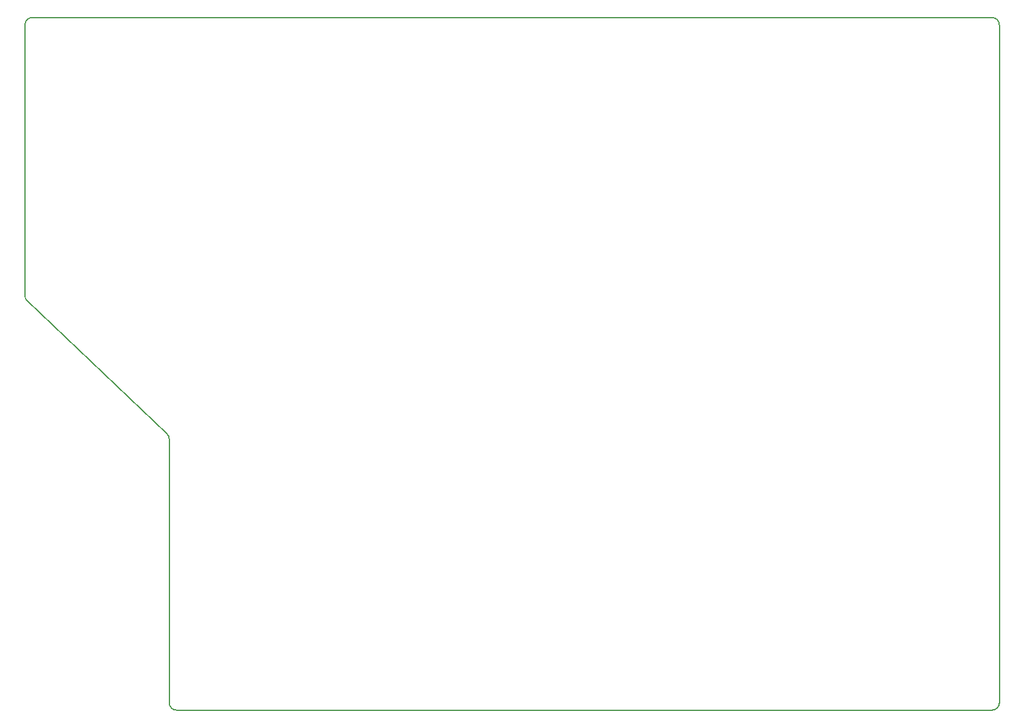
<source format=gm1>
%TF.GenerationSoftware,KiCad,Pcbnew,9.0.4*%
%TF.CreationDate,2025-09-30T19:49:13-05:00*%
%TF.ProjectId,keyboard,6b657962-6f61-4726-942e-6b696361645f,v1.0.0*%
%TF.SameCoordinates,Original*%
%TF.FileFunction,Profile,NP*%
%FSLAX46Y46*%
G04 Gerber Fmt 4.6, Leading zero omitted, Abs format (unit mm)*
G04 Created by KiCad (PCBNEW 9.0.4) date 2025-09-30 19:49:13*
%MOMM*%
%LPD*%
G01*
G04 APERTURE LIST*
%TA.AperFunction,Profile*%
%ADD10C,0.150000*%
%TD*%
G04 APERTURE END LIST*
D10*
X255275000Y-159025000D02*
X255275000Y-64775000D01*
X140975000Y-160025000D02*
X254275000Y-160025000D01*
X119925000Y-64775000D02*
G75*
G02*
X120925000Y-63775000I1000000J0D01*
G01*
X139975000Y-159025000D02*
X139975000Y-122354273D01*
X139663797Y-121629319D02*
G75*
G02*
X139975019Y-122354273I-688797J-724981D01*
G01*
X119925000Y-64775000D02*
X119925000Y-102445727D01*
X140975000Y-160025000D02*
G75*
G02*
X139975000Y-159025000I0J1000000D01*
G01*
X255275000Y-159025000D02*
G75*
G02*
X254275000Y-160025000I-1000000J0D01*
G01*
X120236203Y-103170682D02*
X139663797Y-121629318D01*
X120925000Y-63775000D02*
X254275000Y-63775000D01*
X120236203Y-103170681D02*
G75*
G02*
X119924981Y-102445727I688797J724981D01*
G01*
X254275000Y-63775000D02*
G75*
G02*
X255275000Y-64775000I0J-1000000D01*
G01*
M02*

</source>
